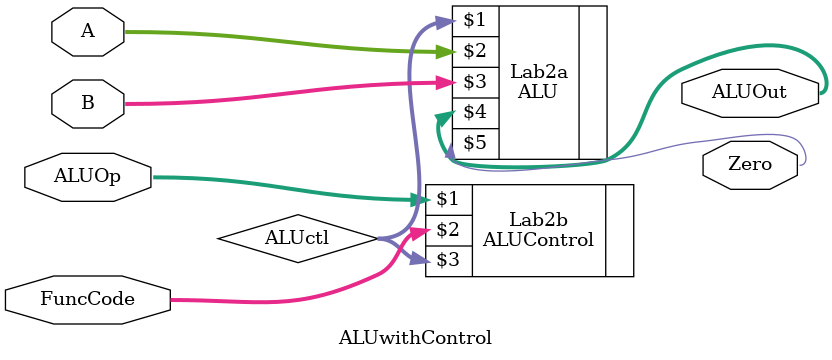
<source format=v>
`timescale 1ns / 1ps
module ALUwithControl(ALUOp, FuncCode, A, B, ALUOut, Zero);
	input 	[1:0] 	ALUOp;
	input 	[5:0] 	FuncCode;
	input 	[31:0] 	A;
	input 	[31:0] 	B;
	output 	[31:0] 	ALUOut;
	output				Zero;
	wire 		[3:0]		ALUctl;
	
	ALUControl	Lab2b (ALUOp, FuncCode, ALUctl);
	ALU			Lab2a (ALUctl, A, B, ALUOut, Zero);		  

endmodule

</source>
